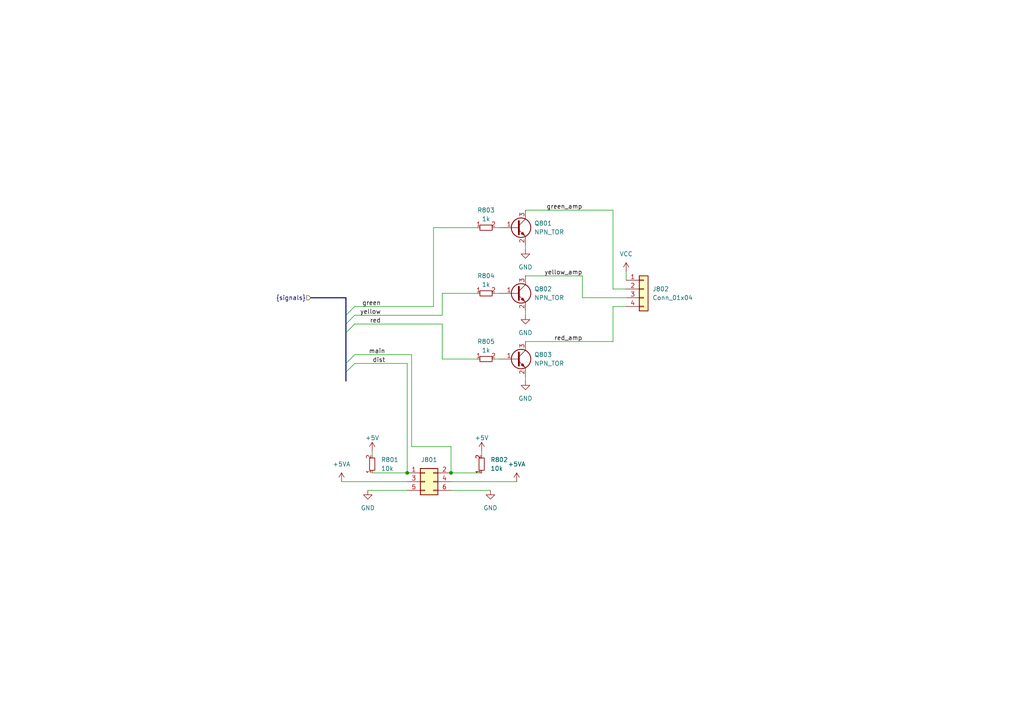
<source format=kicad_sch>
(kicad_sch (version 20230121) (generator eeschema)
  (paper "A4")
  (lib_symbols
    (symbol "Connector_Generic:Conn_01x04" (pin_names (offset 1.016) hide)
      (property "Reference" "J" (at 0 5.08 0))
      (property "Value" "Conn_01x04" (at 0 -7.62 0))
      (symbol "Conn_01x04_1_1"
        (rectangle (start -1.27 -4.953) (end 0 -5.207) (stroke (width 0.1524)))
        (rectangle (start -1.27 -2.413) (end 0 -2.667) (stroke (width 0.1524)))
        (rectangle (start -1.27 0.127) (end 0 -0.127) (stroke (width 0.1524)))
        (rectangle (start -1.27 2.667) (end 0 2.413) (stroke (width 0.1524)))
        (rectangle (start -1.27 3.81) (end 1.27 -6.35) (stroke (width 0.254)) (fill (type background)))
        (pin passive line (at -5.08 2.54 0) (length 3.81) (name "Pin_1") (number "1"))
        (pin passive line (at -5.08 0 0) (length 3.81) (name "Pin_2") (number "2"))
        (pin passive line (at -5.08 -2.54 0) (length 3.81) (name "Pin_3") (number "3"))
        (pin passive line (at -5.08 -5.08 0) (length 3.81) (name "Pin_4") (number "4"))
      )
    )
    (symbol "Connector_Generic:Conn_02x03_Odd_Even" (pin_names (offset 1.016) hide)
      (property "Reference" "J" (at 1.27 5.08 0))
      (property "Value" "Conn_02x03_Odd_Even" (at 1.27 -5.08 0))
      (symbol "Conn_02x03_Odd_Even_1_1"
        (rectangle (start -1.27 -2.413) (end 0 -2.667) (stroke (width 0.1524)))
        (rectangle (start -1.27 0.127) (end 0 -0.127) (stroke (width 0.1524)))
        (rectangle (start -1.27 2.667) (end 0 2.413) (stroke (width 0.1524)))
        (rectangle (start -1.27 3.81) (end 3.81 -3.81) (stroke (width 0.254)) (fill (type background)))
        (rectangle (start 3.81 -2.413) (end 2.54 -2.667) (stroke (width 0.1524)))
        (rectangle (start 3.81 0.127) (end 2.54 -0.127) (stroke (width 0.1524)))
        (rectangle (start 3.81 2.667) (end 2.54 2.413) (stroke (width 0.1524)))
        (pin passive line (at -5.08 2.54 0) (length 3.81) (name "Pin_1") (number "1"))
        (pin passive line (at 7.62 2.54 180) (length 3.81) (name "Pin_2") (number "2"))
        (pin passive line (at -5.08 0 0) (length 3.81) (name "Pin_3") (number "3"))
        (pin passive line (at 7.62 0 180) (length 3.81) (name "Pin_4") (number "4"))
        (pin passive line (at -5.08 -2.54 0) (length 3.81) (name "Pin_5") (number "5"))
        (pin passive line (at 7.62 -2.54 180) (length 3.81) (name "Pin_6") (number "6"))
      )
    )
    (symbol "custom_kicad_lib_sk:NPN_TOR" (pin_names (offset 0) hide)
      (property "Reference" "Q" (at 5.08 1.905 0))
      (property "Value" "NPN_TOR" (at 5.08 0 0))
      (symbol "NPN_TOR_0_1"
        (polyline (pts (xy 0.635 0.635) (xy 2.54 2.54)))
        (polyline (pts (xy 0.635 -0.635) (xy 2.54 -2.54) (xy 2.54 -2.54)))
        (polyline (pts (xy 0.635 1.905) (xy 0.635 -1.905) (xy 0.635 -1.905)) (stroke (width 0.508)))
        (polyline (pts (xy 1.27 -1.778) (xy 1.778 -1.27) (xy 2.286 -2.286) (xy 1.27 -1.778) (xy 1.27 -1.778)) (fill (type outline)))
        (circle (center 1.27 0) (radius 2.8194) (stroke (width 0.254)))
      )
      (symbol "NPN_TOR_1_1"
        (pin input line (at -5.08 0 0) (length 5.715) (name "B") (number "1"))
        (pin passive line (at 2.54 -5.08 90) (length 2.54) (name "E") (number "2"))
        (pin passive line (at 2.54 5.08 270) (length 2.54) (name "C") (number "3"))
      )
    )
    (symbol "power:+5V" (power) (pin_names (offset 0))
      (property "Value" "+5V" (at 0 3.556 0))
      (symbol "+5V_0_1"
        (polyline (pts (xy -0.762 1.27) (xy 0 2.54)))
        (polyline (pts (xy 0 0) (xy 0 2.54)))
        (polyline (pts (xy 0 2.54) (xy 0.762 1.27)))
      )
      (symbol "+5V_1_1"
        (pin power_in line (at 0 0 90) (length 0) hide (name "+5V") (number "1"))
      )
    )
    (symbol "power:+5VA" (power) (pin_names (offset 0))
      (property "Value" "+5VA" (at 0 3.556 0))
      (symbol "+5VA_0_1"
        (polyline (pts (xy -0.762 1.27) (xy 0 2.54)))
        (polyline (pts (xy 0 0) (xy 0 2.54)))
        (polyline (pts (xy 0 2.54) (xy 0.762 1.27)))
      )
      (symbol "+5VA_1_1"
        (pin power_in line (at 0 0 90) (length 0) hide (name "+5VA") (number "1"))
      )
    )
    (symbol "power:GND" (power) (pin_names (offset 0))
      (property "Value" "GND" (at 0 -3.81 0))
      (symbol "GND_0_1"
        (polyline (pts (xy 0 0) (xy 0 -1.27) (xy 1.27 -1.27) (xy 0 -2.54) (xy -1.27 -1.27) (xy 0 -1.27)))
      )
      (symbol "GND_1_1"
        (pin power_in line (at 0 0 270) (length 0) hide (name "GND") (number "1"))
      )
    )
    (symbol "power:VCC" (power) (pin_names (offset 0))
      (property "Value" "VCC" (at 0 3.81 0))
      (symbol "VCC_0_1"
        (polyline (pts (xy -0.762 1.27) (xy 0 2.54)))
        (polyline (pts (xy 0 0) (xy 0 2.54)))
        (polyline (pts (xy 0 2.54) (xy 0.762 1.27)))
      )
      (symbol "VCC_1_1"
        (pin power_in line (at 0 0 90) (length 0) hide (name "VCC") (number "1"))
      )
    )
    (symbol "resistors_0603:R_10k_0603"
      (property "Reference" "R" (at 1.27 2.54 0))
      (property "Value" "10k" (at 2.54 -2.54 0))
      (symbol "R_10k_0603_0_1"
        (rectangle (start -0.762 1.778) (end 0.762 -1.778) (stroke (width 0.2032)))
      )
      (symbol "R_10k_0603_1_1"
        (pin passive line (at 0 2.54 270) (length 0.762) (name "~") (number "1"))
        (pin passive line (at 0 -2.54 90) (length 0.762) (name "~") (number "2"))
      )
    )
    (symbol "resistors_0603:R_1k_0603"
      (property "Reference" "R" (at 1.27 2.54 0))
      (property "Value" "1k" (at 2.54 -2.54 0))
      (symbol "R_1k_0603_0_1"
        (rectangle (start -0.762 1.778) (end 0.762 -1.778) (stroke (width 0.2032)))
      )
      (symbol "R_1k_0603_1_1"
        (pin passive line (at 0 2.54 270) (length 0.762) (name "~") (number "1"))
        (pin passive line (at 0 -2.54 90) (length 0.762) (name "~") (number "2"))
      )
    )
  )
  (bus_alias "signals" (members "green" "yellow" "red" "dist" "main"))
  (junction (at 130.81 137.16))
  (junction (at 118.11 137.16))
  (bus_entry (at 100.33 91.44) (size 2.54 -2.54))
  (bus_entry (at 100.33 96.52) (size 2.54 -2.54))
  (bus_entry (at 100.33 93.98) (size 2.54 -2.54))
  (bus_entry (at 100.33 107.95) (size 2.54 -2.54))
  (bus_entry (at 100.33 105.41) (size 2.54 -2.54))
  (wire (pts (xy 102.87 93.98) (xy 128.27 93.98)))
  (wire (pts (xy 152.4 80.01) (xy 168.91 80.01)))
  (wire (pts (xy 107.95 137.16) (xy 118.11 137.16)))
  (wire (pts (xy 102.87 91.44) (xy 128.27 91.44)))
  (wire (pts (xy 152.4 109.22) (xy 152.4 110.49)))
  (wire (pts (xy 177.8 99.06) (xy 177.8 88.9)))
  (wire (pts (xy 152.4 71.12) (xy 152.4 72.39)))
  (wire (pts (xy 152.4 90.17) (xy 152.4 91.44)))
  (wire (pts (xy 152.4 99.06) (xy 177.8 99.06)))
  (wire (pts (xy 143.51 66.04) (xy 144.78 66.04)))
  (wire (pts (xy 119.38 102.87) (xy 119.38 129.54)))
  (wire (pts (xy 119.38 129.54) (xy 130.81 129.54)))
  (wire (pts (xy 152.4 60.96) (xy 177.8 60.96)))
  (wire (pts (xy 130.81 129.54) (xy 130.81 137.16)))
  (bus (pts (xy 100.33 107.95) (xy 100.33 110.49)))
  (wire (pts (xy 143.51 85.09) (xy 144.78 85.09)))
  (wire (pts (xy 128.27 85.09) (xy 138.43 85.09)))
  (bus (pts (xy 100.33 96.52) (xy 100.33 105.41)))
  (wire (pts (xy 107.95 130.81) (xy 107.95 132.08)))
  (wire (pts (xy 99.06 139.7) (xy 118.11 139.7)))
  (wire (pts (xy 168.91 86.36) (xy 181.61 86.36)))
  (wire (pts (xy 181.61 78.74) (xy 181.61 81.28)))
  (wire (pts (xy 125.73 66.04) (xy 138.43 66.04)))
  (bus (pts (xy 100.33 91.44) (xy 100.33 93.98)))
  (wire (pts (xy 125.73 88.9) (xy 125.73 66.04)))
  (wire (pts (xy 130.81 142.24) (xy 142.24 142.24)))
  (wire (pts (xy 130.81 137.16) (xy 139.7 137.16)))
  (wire (pts (xy 177.8 83.82) (xy 181.61 83.82)))
  (wire (pts (xy 143.51 104.14) (xy 144.78 104.14)))
  (wire (pts (xy 102.87 88.9) (xy 125.73 88.9)))
  (wire (pts (xy 139.7 130.81) (xy 139.7 132.08)))
  (wire (pts (xy 177.8 88.9) (xy 181.61 88.9)))
  (wire (pts (xy 128.27 104.14) (xy 138.43 104.14)))
  (wire (pts (xy 118.11 142.24) (xy 106.68 142.24)))
  (wire (pts (xy 128.27 93.98) (xy 128.27 104.14)))
  (bus (pts (xy 100.33 86.36) (xy 100.33 91.44)))
  (bus (pts (xy 100.33 93.98) (xy 100.33 96.52)))
  (wire (pts (xy 102.87 102.87) (xy 119.38 102.87)))
  (wire (pts (xy 118.11 105.41) (xy 118.11 137.16)))
  (bus (pts (xy 100.33 105.41) (xy 100.33 107.95)))
  (wire (pts (xy 177.8 83.82) (xy 177.8 60.96)))
  (wire (pts (xy 168.91 80.01) (xy 168.91 86.36)))
  (wire (pts (xy 102.87 105.41) (xy 118.11 105.41)))
  (bus (pts (xy 90.17 86.36) (xy 100.33 86.36)))
  (wire (pts (xy 149.86 139.7) (xy 130.81 139.7)))
  (wire (pts (xy 128.27 91.44) (xy 128.27 85.09)))
  (label "main" (at 111.76 102.87 180))
  (label "dist" (at 111.76 105.41 180))
  (label "green_amp" (at 168.91 60.96 180))
  (label "red_amp" (at 168.91 99.06 180))
  (label "yellow_amp" (at 168.91 80.01 180))
  (label "green" (at 110.49 88.9 180))
  (label "red" (at 110.49 93.98 180))
  (label "yellow" (at 110.49 91.44 180))
  (hierarchical_label "{signals}" (shape input) (at 90.17 86.36 180))
  (symbol (lib_id "power:GND") (at 152.4 91.44 0) (unit 1)
    (property "Reference" "#PWR0908" (effects hide))
    (property "Value" "GND" (at 152.4 96.52 0))
  )
  (symbol (lib_id "resistors_0603:R_10k_0603") (at 139.7 134.62 180) (unit 1)
    (property "Reference" "R802" (at 142.24 133.35 0) (effects (justify right)))
    (property "Value" "10k" (at 142.24 135.89 0) (effects (justify right)))
    (property "Footprint" "custom_kicad_lib_sk:R_0603_smalltext" (effects hide))
    (property "JLCPCB Part#" "C25804" (effects hide))
  )
  (symbol (lib_id "power:GND") (at 106.68 142.24 0) (mirror y) (unit 1)
    (property "Reference" "#PWR0902" (effects hide))
    (property "Value" "GND" (at 106.68 147.32 0))
  )
  (symbol (lib_id "custom_kicad_lib_sk:NPN_TOR") (at 149.86 66.04 0) (unit 1)
    (property "Reference" "Q801" (at 154.94 64.77 0) (effects (justify left)))
    (property "Value" "NPN_TOR" (at 154.94 67.31 0) (effects (justify left)))
    (property "Footprint" "Package_TO_SOT_SMD:SOT-23" (effects hide))
    (property "JLCPCB Part#" "C2145" (effects hide))
  )
  (symbol (lib_id "resistors_0603:R_1k_0603") (at 140.97 85.09 90) (unit 1)
    (property "Reference" "R804" (at 140.97 80.01 90))
    (property "Value" "1k" (at 140.97 82.55 90))
    (property "Footprint" "custom_kicad_lib_sk:R_0603_smalltext" (effects hide))
    (property "JLCPCB Part#" "C21190" (effects hide))
  )
  (symbol (lib_id "resistors_0603:R_10k_0603") (at 107.95 134.62 180) (unit 1)
    (property "Reference" "R801" (at 110.49 133.35 0) (effects (justify right)))
    (property "Value" "10k" (at 110.49 135.89 0) (effects (justify right)))
    (property "Footprint" "custom_kicad_lib_sk:R_0603_smalltext" (effects hide))
    (property "JLCPCB Part#" "C25804" (effects hide))
  )
  (symbol (lib_id "power:+5V") (at 139.7 130.81 0) (unit 1)
    (property "Reference" "#PWR0904" (effects hide))
    (property "Value" "+5V" (at 139.7 127 0))
  )
  (symbol (lib_id "custom_kicad_lib_sk:NPN_TOR") (at 149.86 85.09 0) (unit 1)
    (property "Reference" "Q802" (at 154.94 83.82 0) (effects (justify left)))
    (property "Value" "NPN_TOR" (at 154.94 86.36 0) (effects (justify left)))
    (property "Footprint" "Package_TO_SOT_SMD:SOT-23" (effects hide))
    (property "JLCPCB Part#" "C2145" (effects hide))
  )
  (symbol (lib_id "Connector_Generic:Conn_01x04") (at 186.69 83.82 0) (unit 1)
    (property "Reference" "J802" (at 189.23 83.82 0) (effects (justify left)))
    (property "Value" "Conn_01x04" (at 189.23 86.36 0) (effects (justify left)))
    (property "Footprint" "Connector_Phoenix_MC:PhoenixContact_MC_1,5_4-G-3.5_1x04_P3.50mm_Horizontal" (effects hide))
  )
  (symbol (lib_id "resistors_0603:R_1k_0603") (at 140.97 104.14 90) (unit 1)
    (property "Reference" "R805" (at 140.97 99.06 90))
    (property "Value" "1k" (at 140.97 101.6 90))
    (property "Footprint" "custom_kicad_lib_sk:R_0603_smalltext" (effects hide))
    (property "JLCPCB Part#" "C21190" (effects hide))
  )
  (symbol (lib_id "resistors_0603:R_1k_0603") (at 140.97 66.04 90) (unit 1)
    (property "Reference" "R803" (at 140.97 60.96 90))
    (property "Value" "1k" (at 140.97 63.5 90))
    (property "Footprint" "custom_kicad_lib_sk:R_0603_smalltext" (effects hide))
    (property "JLCPCB Part#" "C21190" (effects hide))
  )
  (symbol (lib_id "Connector_Generic:Conn_02x03_Odd_Even") (at 123.19 139.7 0) (unit 1)
    (property "Reference" "J801" (at 124.46 133.35 0))
    (property "Value" "Conn_02x03_Odd_Even" (effects hide))
    (property "Footprint" "Connector_PinHeader_2.54mm:PinHeader_2x03_P2.54mm_Vertical" (effects hide))
    (property "JLCPCB Part#" "C65114" (effects hide))
  )
  (symbol (lib_id "power:+5VA") (at 99.06 139.7 0) (unit 1)
    (property "Reference" "#PWR0901" (effects hide))
    (property "Value" "+5VA" (at 99.06 134.62 0))
  )
  (symbol (lib_id "power:GND") (at 142.24 142.24 0) (unit 1)
    (property "Reference" "#PWR0905" (effects hide))
    (property "Value" "GND" (at 142.24 147.32 0))
  )
  (symbol (lib_id "power:+5V") (at 107.95 130.81 0) (unit 1)
    (property "Reference" "#PWR0903" (effects hide))
    (property "Value" "+5V" (at 107.95 127 0))
  )
  (symbol (lib_id "power:VCC") (at 181.61 78.74 0) (unit 1)
    (property "Reference" "#PWR0910" (effects hide))
    (property "Value" "VCC" (at 181.61 73.66 0))
  )
  (symbol (lib_id "power:GND") (at 152.4 72.39 0) (unit 1)
    (property "Reference" "#PWR0907" (effects hide))
    (property "Value" "GND" (at 152.4 77.47 0))
  )
  (symbol (lib_id "power:GND") (at 152.4 110.49 0) (unit 1)
    (property "Reference" "#PWR0909" (effects hide))
    (property "Value" "GND" (at 152.4 115.57 0))
  )
  (symbol (lib_id "custom_kicad_lib_sk:NPN_TOR") (at 149.86 104.14 0) (unit 1)
    (property "Reference" "Q803" (at 154.94 102.87 0) (effects (justify left)))
    (property "Value" "NPN_TOR" (at 154.94 105.41 0) (effects (justify left)))
    (property "Footprint" "Package_TO_SOT_SMD:SOT-23" (effects hide))
    (property "JLCPCB Part#" "C2145" (effects hide))
  )
  (symbol (lib_id "power:+5VA") (at 149.86 139.7 0) (mirror y) (unit 1)
    (property "Reference" "#PWR0906" (effects hide))
    (property "Value" "+5VA" (at 149.86 134.62 0))
  )
)
</source>
